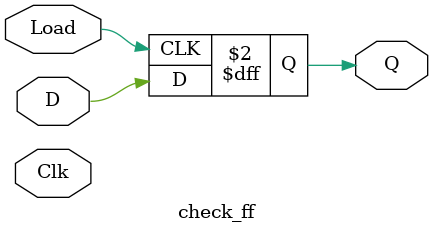
<source format=sv>
module check_ff (
  input logic Clk, Load,
  input logic D,
  output logic Q
  );

    always_ff @ (posedge Load) begin
        if (Load)
          Q <= D;
        else
          Q <= Q;
    end

endmodule

</source>
